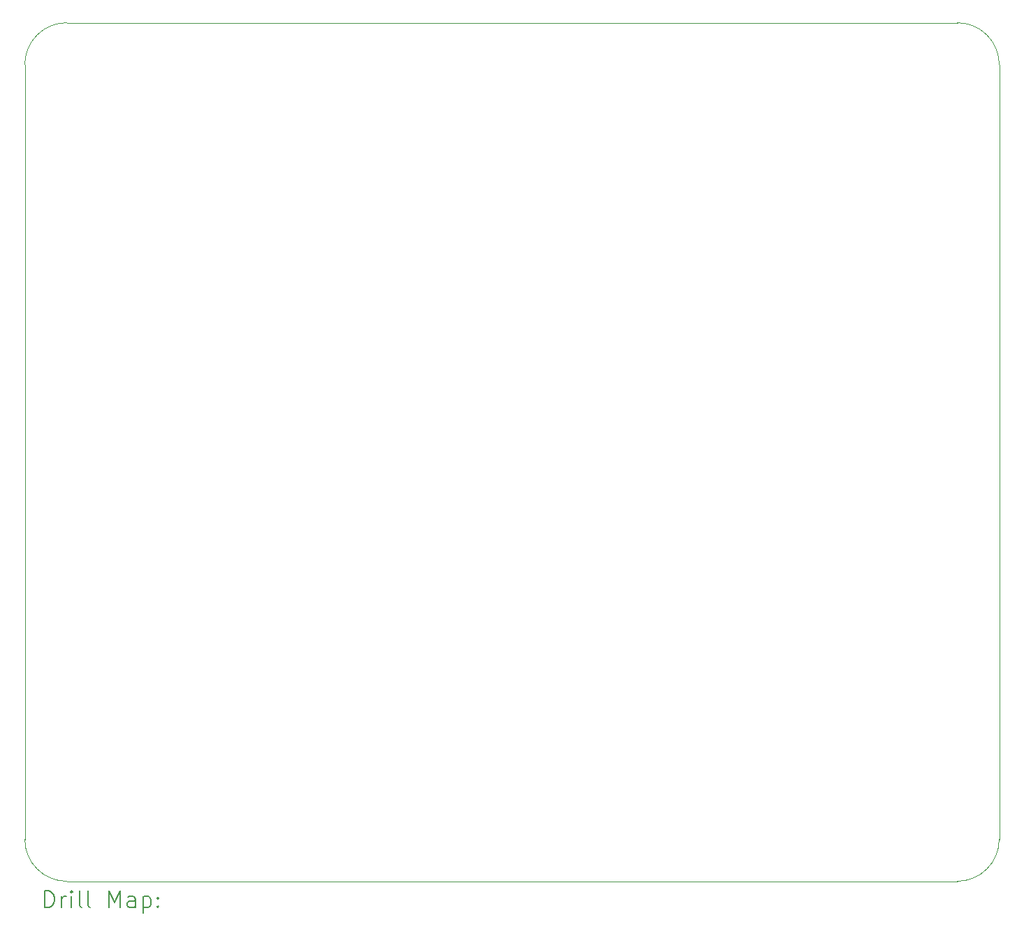
<source format=gbr>
%TF.GenerationSoftware,KiCad,Pcbnew,7.0.2-0*%
%TF.CreationDate,2023-07-30T12:28:51-05:00*%
%TF.ProjectId,CowPi-mk3c,436f7750-692d-46d6-9b33-632e6b696361,mk3c*%
%TF.SameCoordinates,Original*%
%TF.FileFunction,Drillmap*%
%TF.FilePolarity,Positive*%
%FSLAX45Y45*%
G04 Gerber Fmt 4.5, Leading zero omitted, Abs format (unit mm)*
G04 Created by KiCad (PCBNEW 7.0.2-0) date 2023-07-30 12:28:51*
%MOMM*%
%LPD*%
G01*
G04 APERTURE LIST*
%ADD10C,0.100000*%
%ADD11C,0.200000*%
G04 APERTURE END LIST*
D10*
X19087000Y-5210732D02*
X8292000Y-5210732D01*
X19594998Y-5718732D02*
G75*
G03*
X19087000Y-5210732I-507998J2D01*
G01*
X7784000Y-5718732D02*
X7784000Y-15116732D01*
X7783998Y-15116732D02*
G75*
G03*
X8292000Y-15624732I508002J2D01*
G01*
X8292000Y-5210730D02*
G75*
G03*
X7784000Y-5718732I0J-508000D01*
G01*
X8292000Y-15624732D02*
X19087000Y-15624732D01*
X19087000Y-15624730D02*
G75*
G03*
X19595000Y-15116732I0J508000D01*
G01*
X19595000Y-5718732D02*
X19595000Y-15116732D01*
D11*
X8026619Y-15942255D02*
X8026619Y-15742255D01*
X8026619Y-15742255D02*
X8074238Y-15742255D01*
X8074238Y-15742255D02*
X8102809Y-15751779D01*
X8102809Y-15751779D02*
X8121857Y-15770827D01*
X8121857Y-15770827D02*
X8131381Y-15789874D01*
X8131381Y-15789874D02*
X8140905Y-15827970D01*
X8140905Y-15827970D02*
X8140905Y-15856541D01*
X8140905Y-15856541D02*
X8131381Y-15894636D01*
X8131381Y-15894636D02*
X8121857Y-15913684D01*
X8121857Y-15913684D02*
X8102809Y-15932732D01*
X8102809Y-15932732D02*
X8074238Y-15942255D01*
X8074238Y-15942255D02*
X8026619Y-15942255D01*
X8226619Y-15942255D02*
X8226619Y-15808922D01*
X8226619Y-15847017D02*
X8236143Y-15827970D01*
X8236143Y-15827970D02*
X8245667Y-15818446D01*
X8245667Y-15818446D02*
X8264714Y-15808922D01*
X8264714Y-15808922D02*
X8283762Y-15808922D01*
X8350428Y-15942255D02*
X8350428Y-15808922D01*
X8350428Y-15742255D02*
X8340905Y-15751779D01*
X8340905Y-15751779D02*
X8350428Y-15761303D01*
X8350428Y-15761303D02*
X8359952Y-15751779D01*
X8359952Y-15751779D02*
X8350428Y-15742255D01*
X8350428Y-15742255D02*
X8350428Y-15761303D01*
X8474238Y-15942255D02*
X8455190Y-15932732D01*
X8455190Y-15932732D02*
X8445667Y-15913684D01*
X8445667Y-15913684D02*
X8445667Y-15742255D01*
X8579000Y-15942255D02*
X8559952Y-15932732D01*
X8559952Y-15932732D02*
X8550429Y-15913684D01*
X8550429Y-15913684D02*
X8550429Y-15742255D01*
X8807571Y-15942255D02*
X8807571Y-15742255D01*
X8807571Y-15742255D02*
X8874238Y-15885113D01*
X8874238Y-15885113D02*
X8940905Y-15742255D01*
X8940905Y-15742255D02*
X8940905Y-15942255D01*
X9121857Y-15942255D02*
X9121857Y-15837494D01*
X9121857Y-15837494D02*
X9112333Y-15818446D01*
X9112333Y-15818446D02*
X9093286Y-15808922D01*
X9093286Y-15808922D02*
X9055190Y-15808922D01*
X9055190Y-15808922D02*
X9036143Y-15818446D01*
X9121857Y-15932732D02*
X9102810Y-15942255D01*
X9102810Y-15942255D02*
X9055190Y-15942255D01*
X9055190Y-15942255D02*
X9036143Y-15932732D01*
X9036143Y-15932732D02*
X9026619Y-15913684D01*
X9026619Y-15913684D02*
X9026619Y-15894636D01*
X9026619Y-15894636D02*
X9036143Y-15875589D01*
X9036143Y-15875589D02*
X9055190Y-15866065D01*
X9055190Y-15866065D02*
X9102810Y-15866065D01*
X9102810Y-15866065D02*
X9121857Y-15856541D01*
X9217095Y-15808922D02*
X9217095Y-16008922D01*
X9217095Y-15818446D02*
X9236143Y-15808922D01*
X9236143Y-15808922D02*
X9274238Y-15808922D01*
X9274238Y-15808922D02*
X9293286Y-15818446D01*
X9293286Y-15818446D02*
X9302810Y-15827970D01*
X9302810Y-15827970D02*
X9312333Y-15847017D01*
X9312333Y-15847017D02*
X9312333Y-15904160D01*
X9312333Y-15904160D02*
X9302810Y-15923208D01*
X9302810Y-15923208D02*
X9293286Y-15932732D01*
X9293286Y-15932732D02*
X9274238Y-15942255D01*
X9274238Y-15942255D02*
X9236143Y-15942255D01*
X9236143Y-15942255D02*
X9217095Y-15932732D01*
X9398048Y-15923208D02*
X9407571Y-15932732D01*
X9407571Y-15932732D02*
X9398048Y-15942255D01*
X9398048Y-15942255D02*
X9388524Y-15932732D01*
X9388524Y-15932732D02*
X9398048Y-15923208D01*
X9398048Y-15923208D02*
X9398048Y-15942255D01*
X9398048Y-15818446D02*
X9407571Y-15827970D01*
X9407571Y-15827970D02*
X9398048Y-15837494D01*
X9398048Y-15837494D02*
X9388524Y-15827970D01*
X9388524Y-15827970D02*
X9398048Y-15818446D01*
X9398048Y-15818446D02*
X9398048Y-15837494D01*
M02*

</source>
